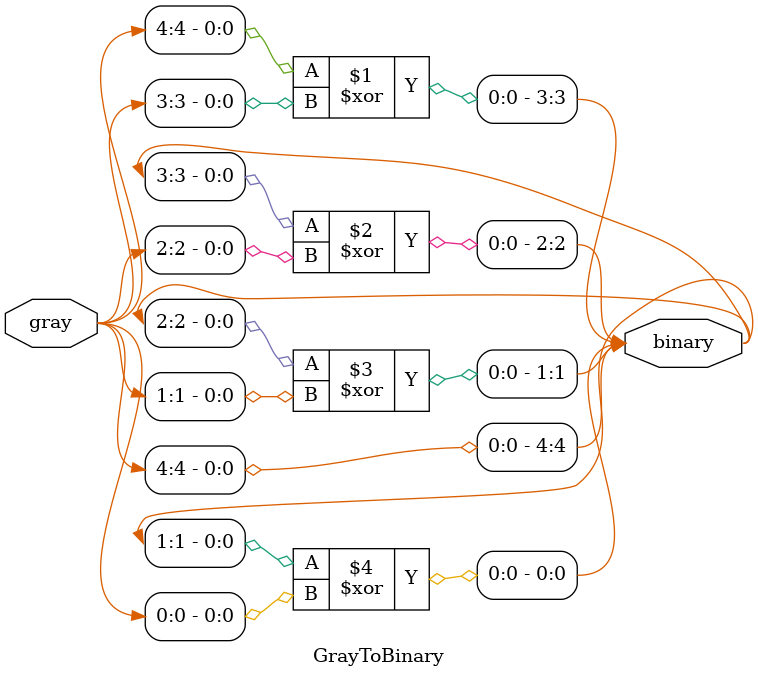
<source format=v>
module GrayToBinary (
	input  [4:0]gray,
	output [4:0]binary
);
	assign binary[4] = gray[4];
	assign binary[3] = binary[4]^gray[3];
	assign binary[2] = binary[3]^gray[2];
	assign binary[1] = binary[2]^gray[1];
	assign binary[0] = binary[1]^gray[0];


endmodule
</source>
